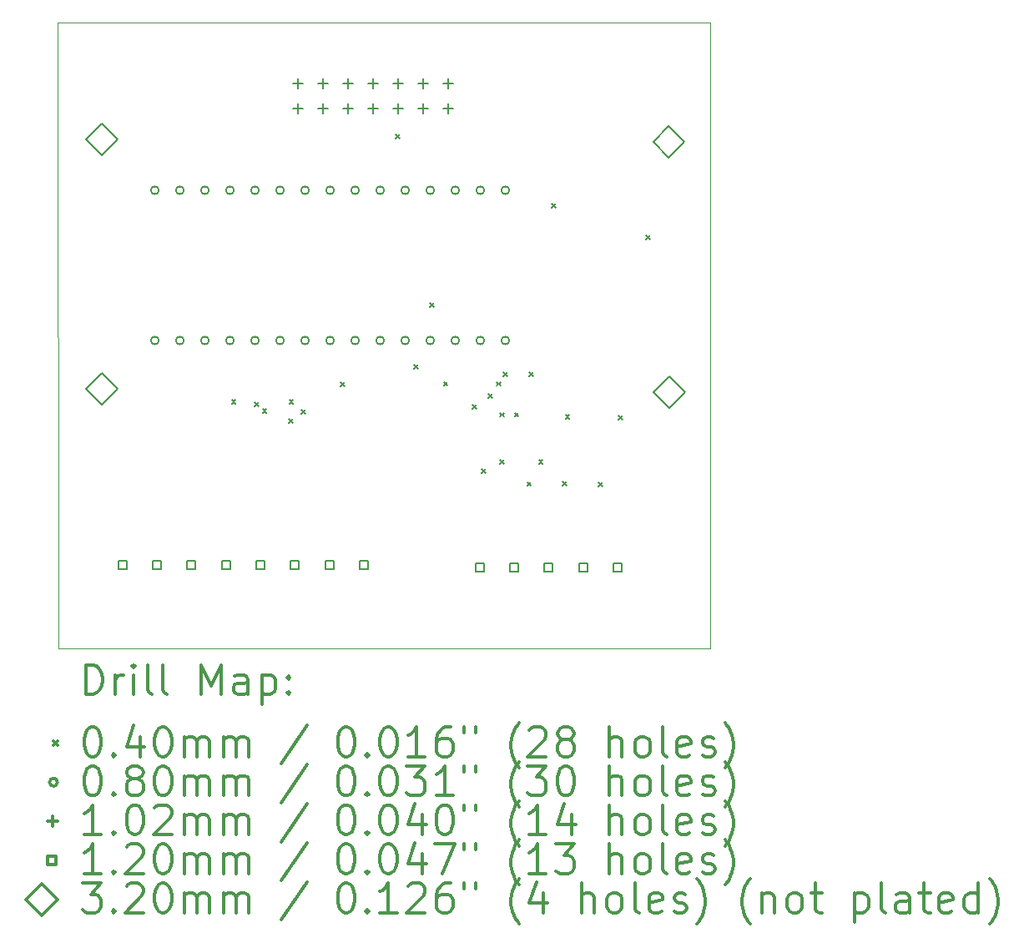
<source format=gbr>
%FSLAX45Y45*%
G04 Gerber Fmt 4.5, Leading zero omitted, Abs format (unit mm)*
G04 Created by KiCad (PCBNEW 5.99.0-unknown-c3175b4~86~ubuntu16.04.1) date 2019-12-02 17:53:15*
%MOMM*%
%LPD*%
G04 APERTURE LIST*
%ADD10C,0.050000*%
%ADD11C,0.200000*%
%ADD12C,0.300000*%
G04 APERTURE END LIST*
D10*
X11400000Y-13310000D02*
X11390000Y-6959600D01*
X18008600Y-13309600D02*
X11400000Y-13310000D01*
X18008000Y-6959600D02*
X18008600Y-13309600D01*
X11390000Y-6959600D02*
X18008000Y-6959600D01*
D11*
X13156000Y-10787000D02*
X13196000Y-10827000D01*
X13196000Y-10787000D02*
X13156000Y-10827000D01*
X13390000Y-10817000D02*
X13430000Y-10857000D01*
X13430000Y-10817000D02*
X13390000Y-10857000D01*
X13469000Y-10881000D02*
X13509000Y-10921000D01*
X13509000Y-10881000D02*
X13469000Y-10921000D01*
X13738000Y-10983000D02*
X13778000Y-11023000D01*
X13778000Y-10983000D02*
X13738000Y-11023000D01*
X13741000Y-10788000D02*
X13781000Y-10828000D01*
X13781000Y-10788000D02*
X13741000Y-10828000D01*
X13862000Y-10890000D02*
X13902000Y-10930000D01*
X13902000Y-10890000D02*
X13862000Y-10930000D01*
X14260000Y-10613000D02*
X14300000Y-10653000D01*
X14300000Y-10613000D02*
X14260000Y-10653000D01*
X14819000Y-8098000D02*
X14859000Y-8138000D01*
X14859000Y-8098000D02*
X14819000Y-8138000D01*
X15004000Y-10436000D02*
X15044000Y-10476000D01*
X15044000Y-10436000D02*
X15004000Y-10476000D01*
X15169200Y-9809800D02*
X15209200Y-9849800D01*
X15209200Y-9809800D02*
X15169200Y-9849800D01*
X15306000Y-10607000D02*
X15346000Y-10647000D01*
X15346000Y-10607000D02*
X15306000Y-10647000D01*
X15600000Y-10839000D02*
X15640000Y-10879000D01*
X15640000Y-10839000D02*
X15600000Y-10879000D01*
X15690000Y-11495000D02*
X15730000Y-11535000D01*
X15730000Y-11495000D02*
X15690000Y-11535000D01*
X15758000Y-10733000D02*
X15798000Y-10773000D01*
X15798000Y-10733000D02*
X15758000Y-10773000D01*
X15842000Y-10607000D02*
X15882000Y-10647000D01*
X15882000Y-10607000D02*
X15842000Y-10647000D01*
X15878000Y-10920000D02*
X15918000Y-10960000D01*
X15918000Y-10920000D02*
X15878000Y-10960000D01*
X15878000Y-11399000D02*
X15918000Y-11439000D01*
X15918000Y-11399000D02*
X15878000Y-11439000D01*
X15909000Y-10507000D02*
X15949000Y-10547000D01*
X15949000Y-10507000D02*
X15909000Y-10547000D01*
X16027000Y-10920000D02*
X16067000Y-10960000D01*
X16067000Y-10920000D02*
X16027000Y-10960000D01*
X16153000Y-11624000D02*
X16193000Y-11664000D01*
X16193000Y-11624000D02*
X16153000Y-11664000D01*
X16173000Y-10508000D02*
X16213000Y-10548000D01*
X16213000Y-10508000D02*
X16173000Y-10548000D01*
X16272000Y-11400000D02*
X16312000Y-11440000D01*
X16312000Y-11400000D02*
X16272000Y-11440000D01*
X16402000Y-8799000D02*
X16442000Y-8839000D01*
X16442000Y-8799000D02*
X16402000Y-8839000D01*
X16515000Y-11620000D02*
X16555000Y-11660000D01*
X16555000Y-11620000D02*
X16515000Y-11660000D01*
X16542000Y-10939000D02*
X16582000Y-10979000D01*
X16582000Y-10939000D02*
X16542000Y-10979000D01*
X16878000Y-11627000D02*
X16918000Y-11667000D01*
X16918000Y-11627000D02*
X16878000Y-11667000D01*
X17078000Y-10949000D02*
X17118000Y-10989000D01*
X17118000Y-10949000D02*
X17078000Y-10989000D01*
X17358000Y-9122000D02*
X17398000Y-9162000D01*
X17398000Y-9122000D02*
X17358000Y-9162000D01*
X12416000Y-8663000D02*
G75*
G03X12416000Y-8663000I-40000J0D01*
G01*
X12416000Y-10187000D02*
G75*
G03X12416000Y-10187000I-40000J0D01*
G01*
X12670000Y-8663000D02*
G75*
G03X12670000Y-8663000I-40000J0D01*
G01*
X12670000Y-10187000D02*
G75*
G03X12670000Y-10187000I-40000J0D01*
G01*
X12924000Y-8663000D02*
G75*
G03X12924000Y-8663000I-40000J0D01*
G01*
X12924000Y-10187000D02*
G75*
G03X12924000Y-10187000I-40000J0D01*
G01*
X13178000Y-8663000D02*
G75*
G03X13178000Y-8663000I-40000J0D01*
G01*
X13178000Y-10187000D02*
G75*
G03X13178000Y-10187000I-40000J0D01*
G01*
X13432000Y-8663000D02*
G75*
G03X13432000Y-8663000I-40000J0D01*
G01*
X13432000Y-10187000D02*
G75*
G03X13432000Y-10187000I-40000J0D01*
G01*
X13686000Y-8663000D02*
G75*
G03X13686000Y-8663000I-40000J0D01*
G01*
X13686000Y-10187000D02*
G75*
G03X13686000Y-10187000I-40000J0D01*
G01*
X13940000Y-8663000D02*
G75*
G03X13940000Y-8663000I-40000J0D01*
G01*
X13940000Y-10187000D02*
G75*
G03X13940000Y-10187000I-40000J0D01*
G01*
X14194000Y-8663000D02*
G75*
G03X14194000Y-8663000I-40000J0D01*
G01*
X14194000Y-10187000D02*
G75*
G03X14194000Y-10187000I-40000J0D01*
G01*
X14448000Y-8663000D02*
G75*
G03X14448000Y-8663000I-40000J0D01*
G01*
X14448000Y-10187000D02*
G75*
G03X14448000Y-10187000I-40000J0D01*
G01*
X14702000Y-8663000D02*
G75*
G03X14702000Y-8663000I-40000J0D01*
G01*
X14702000Y-10187000D02*
G75*
G03X14702000Y-10187000I-40000J0D01*
G01*
X14956000Y-8663000D02*
G75*
G03X14956000Y-8663000I-40000J0D01*
G01*
X14956000Y-10187000D02*
G75*
G03X14956000Y-10187000I-40000J0D01*
G01*
X15210000Y-8663000D02*
G75*
G03X15210000Y-8663000I-40000J0D01*
G01*
X15210000Y-10187000D02*
G75*
G03X15210000Y-10187000I-40000J0D01*
G01*
X15464000Y-8663000D02*
G75*
G03X15464000Y-8663000I-40000J0D01*
G01*
X15464000Y-10187000D02*
G75*
G03X15464000Y-10187000I-40000J0D01*
G01*
X15718000Y-8663000D02*
G75*
G03X15718000Y-8663000I-40000J0D01*
G01*
X15718000Y-10187000D02*
G75*
G03X15718000Y-10187000I-40000J0D01*
G01*
X15972000Y-8663000D02*
G75*
G03X15972000Y-8663000I-40000J0D01*
G01*
X15972000Y-10187000D02*
G75*
G03X15972000Y-10187000I-40000J0D01*
G01*
X13827000Y-7526200D02*
X13827000Y-7627800D01*
X13776200Y-7577000D02*
X13877800Y-7577000D01*
X13827000Y-7780200D02*
X13827000Y-7881800D01*
X13776200Y-7831000D02*
X13877800Y-7831000D01*
X14081000Y-7526200D02*
X14081000Y-7627800D01*
X14030200Y-7577000D02*
X14131800Y-7577000D01*
X14081000Y-7780200D02*
X14081000Y-7881800D01*
X14030200Y-7831000D02*
X14131800Y-7831000D01*
X14335000Y-7526200D02*
X14335000Y-7627800D01*
X14284200Y-7577000D02*
X14385800Y-7577000D01*
X14335000Y-7780200D02*
X14335000Y-7881800D01*
X14284200Y-7831000D02*
X14385800Y-7831000D01*
X14589000Y-7526200D02*
X14589000Y-7627800D01*
X14538200Y-7577000D02*
X14639800Y-7577000D01*
X14589000Y-7780200D02*
X14589000Y-7881800D01*
X14538200Y-7831000D02*
X14639800Y-7831000D01*
X14843000Y-7526200D02*
X14843000Y-7627800D01*
X14792200Y-7577000D02*
X14893800Y-7577000D01*
X14843000Y-7780200D02*
X14843000Y-7881800D01*
X14792200Y-7831000D02*
X14893800Y-7831000D01*
X15097000Y-7526200D02*
X15097000Y-7627800D01*
X15046200Y-7577000D02*
X15147800Y-7577000D01*
X15097000Y-7780200D02*
X15097000Y-7881800D01*
X15046200Y-7831000D02*
X15147800Y-7831000D01*
X15351000Y-7526200D02*
X15351000Y-7627800D01*
X15300200Y-7577000D02*
X15401800Y-7577000D01*
X15351000Y-7780200D02*
X15351000Y-7881800D01*
X15300200Y-7831000D02*
X15401800Y-7831000D01*
X15713427Y-12528427D02*
X15713427Y-12443573D01*
X15628573Y-12443573D01*
X15628573Y-12528427D01*
X15713427Y-12528427D01*
X16063427Y-12528427D02*
X16063427Y-12443573D01*
X15978573Y-12443573D01*
X15978573Y-12528427D01*
X16063427Y-12528427D01*
X16413427Y-12528427D02*
X16413427Y-12443573D01*
X16328573Y-12443573D01*
X16328573Y-12528427D01*
X16413427Y-12528427D01*
X16763427Y-12528427D02*
X16763427Y-12443573D01*
X16678573Y-12443573D01*
X16678573Y-12528427D01*
X16763427Y-12528427D01*
X17113427Y-12528427D02*
X17113427Y-12443573D01*
X17028573Y-12443573D01*
X17028573Y-12528427D01*
X17113427Y-12528427D01*
X12089427Y-12504427D02*
X12089427Y-12419573D01*
X12004573Y-12419573D01*
X12004573Y-12504427D01*
X12089427Y-12504427D01*
X12439427Y-12504427D02*
X12439427Y-12419573D01*
X12354573Y-12419573D01*
X12354573Y-12504427D01*
X12439427Y-12504427D01*
X12789427Y-12504427D02*
X12789427Y-12419573D01*
X12704573Y-12419573D01*
X12704573Y-12504427D01*
X12789427Y-12504427D01*
X13139427Y-12504427D02*
X13139427Y-12419573D01*
X13054573Y-12419573D01*
X13054573Y-12504427D01*
X13139427Y-12504427D01*
X13489427Y-12504427D02*
X13489427Y-12419573D01*
X13404573Y-12419573D01*
X13404573Y-12504427D01*
X13489427Y-12504427D01*
X13839427Y-12504427D02*
X13839427Y-12419573D01*
X13754573Y-12419573D01*
X13754573Y-12504427D01*
X13839427Y-12504427D01*
X14189427Y-12504427D02*
X14189427Y-12419573D01*
X14104573Y-12419573D01*
X14104573Y-12504427D01*
X14189427Y-12504427D01*
X14539427Y-12504427D02*
X14539427Y-12419573D01*
X14454573Y-12419573D01*
X14454573Y-12504427D01*
X14539427Y-12504427D01*
X17591000Y-8331000D02*
X17751000Y-8171000D01*
X17591000Y-8011000D01*
X17431000Y-8171000D01*
X17591000Y-8331000D01*
X17592000Y-10875000D02*
X17752000Y-10715000D01*
X17592000Y-10555000D01*
X17432000Y-10715000D01*
X17592000Y-10875000D01*
X11839000Y-8309000D02*
X11999000Y-8149000D01*
X11839000Y-7989000D01*
X11679000Y-8149000D01*
X11839000Y-8309000D01*
X11837000Y-10835000D02*
X11997000Y-10675000D01*
X11837000Y-10515000D01*
X11677000Y-10675000D01*
X11837000Y-10835000D01*
D12*
X11673928Y-13778214D02*
X11673928Y-13478214D01*
X11745357Y-13478214D01*
X11788214Y-13492500D01*
X11816786Y-13521071D01*
X11831071Y-13549643D01*
X11845357Y-13606786D01*
X11845357Y-13649643D01*
X11831071Y-13706786D01*
X11816786Y-13735357D01*
X11788214Y-13763929D01*
X11745357Y-13778214D01*
X11673928Y-13778214D01*
X11973928Y-13778214D02*
X11973928Y-13578214D01*
X11973928Y-13635357D02*
X11988214Y-13606786D01*
X12002500Y-13592500D01*
X12031071Y-13578214D01*
X12059643Y-13578214D01*
X12159643Y-13778214D02*
X12159643Y-13578214D01*
X12159643Y-13478214D02*
X12145357Y-13492500D01*
X12159643Y-13506786D01*
X12173928Y-13492500D01*
X12159643Y-13478214D01*
X12159643Y-13506786D01*
X12345357Y-13778214D02*
X12316786Y-13763929D01*
X12302500Y-13735357D01*
X12302500Y-13478214D01*
X12502500Y-13778214D02*
X12473928Y-13763929D01*
X12459643Y-13735357D01*
X12459643Y-13478214D01*
X12845357Y-13778214D02*
X12845357Y-13478214D01*
X12945357Y-13692500D01*
X13045357Y-13478214D01*
X13045357Y-13778214D01*
X13316786Y-13778214D02*
X13316786Y-13621071D01*
X13302500Y-13592500D01*
X13273928Y-13578214D01*
X13216786Y-13578214D01*
X13188214Y-13592500D01*
X13316786Y-13763929D02*
X13288214Y-13778214D01*
X13216786Y-13778214D01*
X13188214Y-13763929D01*
X13173928Y-13735357D01*
X13173928Y-13706786D01*
X13188214Y-13678214D01*
X13216786Y-13663929D01*
X13288214Y-13663929D01*
X13316786Y-13649643D01*
X13459643Y-13578214D02*
X13459643Y-13878214D01*
X13459643Y-13592500D02*
X13488214Y-13578214D01*
X13545357Y-13578214D01*
X13573928Y-13592500D01*
X13588214Y-13606786D01*
X13602500Y-13635357D01*
X13602500Y-13721071D01*
X13588214Y-13749643D01*
X13573928Y-13763929D01*
X13545357Y-13778214D01*
X13488214Y-13778214D01*
X13459643Y-13763929D01*
X13731071Y-13749643D02*
X13745357Y-13763929D01*
X13731071Y-13778214D01*
X13716786Y-13763929D01*
X13731071Y-13749643D01*
X13731071Y-13778214D01*
X13731071Y-13592500D02*
X13745357Y-13606786D01*
X13731071Y-13621071D01*
X13716786Y-13606786D01*
X13731071Y-13592500D01*
X13731071Y-13621071D01*
X11347500Y-14252500D02*
X11387500Y-14292500D01*
X11387500Y-14252500D02*
X11347500Y-14292500D01*
X11731071Y-14108214D02*
X11759643Y-14108214D01*
X11788214Y-14122500D01*
X11802500Y-14136786D01*
X11816786Y-14165357D01*
X11831071Y-14222500D01*
X11831071Y-14293929D01*
X11816786Y-14351071D01*
X11802500Y-14379643D01*
X11788214Y-14393929D01*
X11759643Y-14408214D01*
X11731071Y-14408214D01*
X11702500Y-14393929D01*
X11688214Y-14379643D01*
X11673928Y-14351071D01*
X11659643Y-14293929D01*
X11659643Y-14222500D01*
X11673928Y-14165357D01*
X11688214Y-14136786D01*
X11702500Y-14122500D01*
X11731071Y-14108214D01*
X11959643Y-14379643D02*
X11973928Y-14393929D01*
X11959643Y-14408214D01*
X11945357Y-14393929D01*
X11959643Y-14379643D01*
X11959643Y-14408214D01*
X12231071Y-14208214D02*
X12231071Y-14408214D01*
X12159643Y-14093929D02*
X12088214Y-14308214D01*
X12273928Y-14308214D01*
X12445357Y-14108214D02*
X12473928Y-14108214D01*
X12502500Y-14122500D01*
X12516786Y-14136786D01*
X12531071Y-14165357D01*
X12545357Y-14222500D01*
X12545357Y-14293929D01*
X12531071Y-14351071D01*
X12516786Y-14379643D01*
X12502500Y-14393929D01*
X12473928Y-14408214D01*
X12445357Y-14408214D01*
X12416786Y-14393929D01*
X12402500Y-14379643D01*
X12388214Y-14351071D01*
X12373928Y-14293929D01*
X12373928Y-14222500D01*
X12388214Y-14165357D01*
X12402500Y-14136786D01*
X12416786Y-14122500D01*
X12445357Y-14108214D01*
X12673928Y-14408214D02*
X12673928Y-14208214D01*
X12673928Y-14236786D02*
X12688214Y-14222500D01*
X12716786Y-14208214D01*
X12759643Y-14208214D01*
X12788214Y-14222500D01*
X12802500Y-14251071D01*
X12802500Y-14408214D01*
X12802500Y-14251071D02*
X12816786Y-14222500D01*
X12845357Y-14208214D01*
X12888214Y-14208214D01*
X12916786Y-14222500D01*
X12931071Y-14251071D01*
X12931071Y-14408214D01*
X13073928Y-14408214D02*
X13073928Y-14208214D01*
X13073928Y-14236786D02*
X13088214Y-14222500D01*
X13116786Y-14208214D01*
X13159643Y-14208214D01*
X13188214Y-14222500D01*
X13202500Y-14251071D01*
X13202500Y-14408214D01*
X13202500Y-14251071D02*
X13216786Y-14222500D01*
X13245357Y-14208214D01*
X13288214Y-14208214D01*
X13316786Y-14222500D01*
X13331071Y-14251071D01*
X13331071Y-14408214D01*
X13916786Y-14093929D02*
X13659643Y-14479643D01*
X14302500Y-14108214D02*
X14331071Y-14108214D01*
X14359643Y-14122500D01*
X14373928Y-14136786D01*
X14388214Y-14165357D01*
X14402500Y-14222500D01*
X14402500Y-14293929D01*
X14388214Y-14351071D01*
X14373928Y-14379643D01*
X14359643Y-14393929D01*
X14331071Y-14408214D01*
X14302500Y-14408214D01*
X14273928Y-14393929D01*
X14259643Y-14379643D01*
X14245357Y-14351071D01*
X14231071Y-14293929D01*
X14231071Y-14222500D01*
X14245357Y-14165357D01*
X14259643Y-14136786D01*
X14273928Y-14122500D01*
X14302500Y-14108214D01*
X14531071Y-14379643D02*
X14545357Y-14393929D01*
X14531071Y-14408214D01*
X14516786Y-14393929D01*
X14531071Y-14379643D01*
X14531071Y-14408214D01*
X14731071Y-14108214D02*
X14759643Y-14108214D01*
X14788214Y-14122500D01*
X14802500Y-14136786D01*
X14816786Y-14165357D01*
X14831071Y-14222500D01*
X14831071Y-14293929D01*
X14816786Y-14351071D01*
X14802500Y-14379643D01*
X14788214Y-14393929D01*
X14759643Y-14408214D01*
X14731071Y-14408214D01*
X14702500Y-14393929D01*
X14688214Y-14379643D01*
X14673928Y-14351071D01*
X14659643Y-14293929D01*
X14659643Y-14222500D01*
X14673928Y-14165357D01*
X14688214Y-14136786D01*
X14702500Y-14122500D01*
X14731071Y-14108214D01*
X15116786Y-14408214D02*
X14945357Y-14408214D01*
X15031071Y-14408214D02*
X15031071Y-14108214D01*
X15002500Y-14151071D01*
X14973928Y-14179643D01*
X14945357Y-14193929D01*
X15373928Y-14108214D02*
X15316786Y-14108214D01*
X15288214Y-14122500D01*
X15273928Y-14136786D01*
X15245357Y-14179643D01*
X15231071Y-14236786D01*
X15231071Y-14351071D01*
X15245357Y-14379643D01*
X15259643Y-14393929D01*
X15288214Y-14408214D01*
X15345357Y-14408214D01*
X15373928Y-14393929D01*
X15388214Y-14379643D01*
X15402500Y-14351071D01*
X15402500Y-14279643D01*
X15388214Y-14251071D01*
X15373928Y-14236786D01*
X15345357Y-14222500D01*
X15288214Y-14222500D01*
X15259643Y-14236786D01*
X15245357Y-14251071D01*
X15231071Y-14279643D01*
X15516786Y-14108214D02*
X15516786Y-14165357D01*
X15631071Y-14108214D02*
X15631071Y-14165357D01*
X16073928Y-14522500D02*
X16059643Y-14508214D01*
X16031071Y-14465357D01*
X16016786Y-14436786D01*
X16002500Y-14393929D01*
X15988214Y-14322500D01*
X15988214Y-14265357D01*
X16002500Y-14193929D01*
X16016786Y-14151071D01*
X16031071Y-14122500D01*
X16059643Y-14079643D01*
X16073928Y-14065357D01*
X16173928Y-14136786D02*
X16188214Y-14122500D01*
X16216786Y-14108214D01*
X16288214Y-14108214D01*
X16316786Y-14122500D01*
X16331071Y-14136786D01*
X16345357Y-14165357D01*
X16345357Y-14193929D01*
X16331071Y-14236786D01*
X16159643Y-14408214D01*
X16345357Y-14408214D01*
X16516786Y-14236786D02*
X16488214Y-14222500D01*
X16473928Y-14208214D01*
X16459643Y-14179643D01*
X16459643Y-14165357D01*
X16473928Y-14136786D01*
X16488214Y-14122500D01*
X16516786Y-14108214D01*
X16573928Y-14108214D01*
X16602500Y-14122500D01*
X16616786Y-14136786D01*
X16631071Y-14165357D01*
X16631071Y-14179643D01*
X16616786Y-14208214D01*
X16602500Y-14222500D01*
X16573928Y-14236786D01*
X16516786Y-14236786D01*
X16488214Y-14251071D01*
X16473928Y-14265357D01*
X16459643Y-14293929D01*
X16459643Y-14351071D01*
X16473928Y-14379643D01*
X16488214Y-14393929D01*
X16516786Y-14408214D01*
X16573928Y-14408214D01*
X16602500Y-14393929D01*
X16616786Y-14379643D01*
X16631071Y-14351071D01*
X16631071Y-14293929D01*
X16616786Y-14265357D01*
X16602500Y-14251071D01*
X16573928Y-14236786D01*
X16988214Y-14408214D02*
X16988214Y-14108214D01*
X17116786Y-14408214D02*
X17116786Y-14251071D01*
X17102500Y-14222500D01*
X17073928Y-14208214D01*
X17031071Y-14208214D01*
X17002500Y-14222500D01*
X16988214Y-14236786D01*
X17302500Y-14408214D02*
X17273928Y-14393929D01*
X17259643Y-14379643D01*
X17245357Y-14351071D01*
X17245357Y-14265357D01*
X17259643Y-14236786D01*
X17273928Y-14222500D01*
X17302500Y-14208214D01*
X17345357Y-14208214D01*
X17373928Y-14222500D01*
X17388214Y-14236786D01*
X17402500Y-14265357D01*
X17402500Y-14351071D01*
X17388214Y-14379643D01*
X17373928Y-14393929D01*
X17345357Y-14408214D01*
X17302500Y-14408214D01*
X17573928Y-14408214D02*
X17545357Y-14393929D01*
X17531071Y-14365357D01*
X17531071Y-14108214D01*
X17802500Y-14393929D02*
X17773928Y-14408214D01*
X17716786Y-14408214D01*
X17688214Y-14393929D01*
X17673928Y-14365357D01*
X17673928Y-14251071D01*
X17688214Y-14222500D01*
X17716786Y-14208214D01*
X17773928Y-14208214D01*
X17802500Y-14222500D01*
X17816786Y-14251071D01*
X17816786Y-14279643D01*
X17673928Y-14308214D01*
X17931071Y-14393929D02*
X17959643Y-14408214D01*
X18016786Y-14408214D01*
X18045357Y-14393929D01*
X18059643Y-14365357D01*
X18059643Y-14351071D01*
X18045357Y-14322500D01*
X18016786Y-14308214D01*
X17973928Y-14308214D01*
X17945357Y-14293929D01*
X17931071Y-14265357D01*
X17931071Y-14251071D01*
X17945357Y-14222500D01*
X17973928Y-14208214D01*
X18016786Y-14208214D01*
X18045357Y-14222500D01*
X18159643Y-14522500D02*
X18173928Y-14508214D01*
X18202500Y-14465357D01*
X18216786Y-14436786D01*
X18231071Y-14393929D01*
X18245357Y-14322500D01*
X18245357Y-14265357D01*
X18231071Y-14193929D01*
X18216786Y-14151071D01*
X18202500Y-14122500D01*
X18173928Y-14079643D01*
X18159643Y-14065357D01*
X11387500Y-14668500D02*
G75*
G03X11387500Y-14668500I-40000J0D01*
G01*
X11731071Y-14504214D02*
X11759643Y-14504214D01*
X11788214Y-14518500D01*
X11802500Y-14532786D01*
X11816786Y-14561357D01*
X11831071Y-14618500D01*
X11831071Y-14689929D01*
X11816786Y-14747071D01*
X11802500Y-14775643D01*
X11788214Y-14789929D01*
X11759643Y-14804214D01*
X11731071Y-14804214D01*
X11702500Y-14789929D01*
X11688214Y-14775643D01*
X11673928Y-14747071D01*
X11659643Y-14689929D01*
X11659643Y-14618500D01*
X11673928Y-14561357D01*
X11688214Y-14532786D01*
X11702500Y-14518500D01*
X11731071Y-14504214D01*
X11959643Y-14775643D02*
X11973928Y-14789929D01*
X11959643Y-14804214D01*
X11945357Y-14789929D01*
X11959643Y-14775643D01*
X11959643Y-14804214D01*
X12145357Y-14632786D02*
X12116786Y-14618500D01*
X12102500Y-14604214D01*
X12088214Y-14575643D01*
X12088214Y-14561357D01*
X12102500Y-14532786D01*
X12116786Y-14518500D01*
X12145357Y-14504214D01*
X12202500Y-14504214D01*
X12231071Y-14518500D01*
X12245357Y-14532786D01*
X12259643Y-14561357D01*
X12259643Y-14575643D01*
X12245357Y-14604214D01*
X12231071Y-14618500D01*
X12202500Y-14632786D01*
X12145357Y-14632786D01*
X12116786Y-14647071D01*
X12102500Y-14661357D01*
X12088214Y-14689929D01*
X12088214Y-14747071D01*
X12102500Y-14775643D01*
X12116786Y-14789929D01*
X12145357Y-14804214D01*
X12202500Y-14804214D01*
X12231071Y-14789929D01*
X12245357Y-14775643D01*
X12259643Y-14747071D01*
X12259643Y-14689929D01*
X12245357Y-14661357D01*
X12231071Y-14647071D01*
X12202500Y-14632786D01*
X12445357Y-14504214D02*
X12473928Y-14504214D01*
X12502500Y-14518500D01*
X12516786Y-14532786D01*
X12531071Y-14561357D01*
X12545357Y-14618500D01*
X12545357Y-14689929D01*
X12531071Y-14747071D01*
X12516786Y-14775643D01*
X12502500Y-14789929D01*
X12473928Y-14804214D01*
X12445357Y-14804214D01*
X12416786Y-14789929D01*
X12402500Y-14775643D01*
X12388214Y-14747071D01*
X12373928Y-14689929D01*
X12373928Y-14618500D01*
X12388214Y-14561357D01*
X12402500Y-14532786D01*
X12416786Y-14518500D01*
X12445357Y-14504214D01*
X12673928Y-14804214D02*
X12673928Y-14604214D01*
X12673928Y-14632786D02*
X12688214Y-14618500D01*
X12716786Y-14604214D01*
X12759643Y-14604214D01*
X12788214Y-14618500D01*
X12802500Y-14647071D01*
X12802500Y-14804214D01*
X12802500Y-14647071D02*
X12816786Y-14618500D01*
X12845357Y-14604214D01*
X12888214Y-14604214D01*
X12916786Y-14618500D01*
X12931071Y-14647071D01*
X12931071Y-14804214D01*
X13073928Y-14804214D02*
X13073928Y-14604214D01*
X13073928Y-14632786D02*
X13088214Y-14618500D01*
X13116786Y-14604214D01*
X13159643Y-14604214D01*
X13188214Y-14618500D01*
X13202500Y-14647071D01*
X13202500Y-14804214D01*
X13202500Y-14647071D02*
X13216786Y-14618500D01*
X13245357Y-14604214D01*
X13288214Y-14604214D01*
X13316786Y-14618500D01*
X13331071Y-14647071D01*
X13331071Y-14804214D01*
X13916786Y-14489929D02*
X13659643Y-14875643D01*
X14302500Y-14504214D02*
X14331071Y-14504214D01*
X14359643Y-14518500D01*
X14373928Y-14532786D01*
X14388214Y-14561357D01*
X14402500Y-14618500D01*
X14402500Y-14689929D01*
X14388214Y-14747071D01*
X14373928Y-14775643D01*
X14359643Y-14789929D01*
X14331071Y-14804214D01*
X14302500Y-14804214D01*
X14273928Y-14789929D01*
X14259643Y-14775643D01*
X14245357Y-14747071D01*
X14231071Y-14689929D01*
X14231071Y-14618500D01*
X14245357Y-14561357D01*
X14259643Y-14532786D01*
X14273928Y-14518500D01*
X14302500Y-14504214D01*
X14531071Y-14775643D02*
X14545357Y-14789929D01*
X14531071Y-14804214D01*
X14516786Y-14789929D01*
X14531071Y-14775643D01*
X14531071Y-14804214D01*
X14731071Y-14504214D02*
X14759643Y-14504214D01*
X14788214Y-14518500D01*
X14802500Y-14532786D01*
X14816786Y-14561357D01*
X14831071Y-14618500D01*
X14831071Y-14689929D01*
X14816786Y-14747071D01*
X14802500Y-14775643D01*
X14788214Y-14789929D01*
X14759643Y-14804214D01*
X14731071Y-14804214D01*
X14702500Y-14789929D01*
X14688214Y-14775643D01*
X14673928Y-14747071D01*
X14659643Y-14689929D01*
X14659643Y-14618500D01*
X14673928Y-14561357D01*
X14688214Y-14532786D01*
X14702500Y-14518500D01*
X14731071Y-14504214D01*
X14931071Y-14504214D02*
X15116786Y-14504214D01*
X15016786Y-14618500D01*
X15059643Y-14618500D01*
X15088214Y-14632786D01*
X15102500Y-14647071D01*
X15116786Y-14675643D01*
X15116786Y-14747071D01*
X15102500Y-14775643D01*
X15088214Y-14789929D01*
X15059643Y-14804214D01*
X14973928Y-14804214D01*
X14945357Y-14789929D01*
X14931071Y-14775643D01*
X15402500Y-14804214D02*
X15231071Y-14804214D01*
X15316786Y-14804214D02*
X15316786Y-14504214D01*
X15288214Y-14547071D01*
X15259643Y-14575643D01*
X15231071Y-14589929D01*
X15516786Y-14504214D02*
X15516786Y-14561357D01*
X15631071Y-14504214D02*
X15631071Y-14561357D01*
X16073928Y-14918500D02*
X16059643Y-14904214D01*
X16031071Y-14861357D01*
X16016786Y-14832786D01*
X16002500Y-14789929D01*
X15988214Y-14718500D01*
X15988214Y-14661357D01*
X16002500Y-14589929D01*
X16016786Y-14547071D01*
X16031071Y-14518500D01*
X16059643Y-14475643D01*
X16073928Y-14461357D01*
X16159643Y-14504214D02*
X16345357Y-14504214D01*
X16245357Y-14618500D01*
X16288214Y-14618500D01*
X16316786Y-14632786D01*
X16331071Y-14647071D01*
X16345357Y-14675643D01*
X16345357Y-14747071D01*
X16331071Y-14775643D01*
X16316786Y-14789929D01*
X16288214Y-14804214D01*
X16202500Y-14804214D01*
X16173928Y-14789929D01*
X16159643Y-14775643D01*
X16531071Y-14504214D02*
X16559643Y-14504214D01*
X16588214Y-14518500D01*
X16602500Y-14532786D01*
X16616786Y-14561357D01*
X16631071Y-14618500D01*
X16631071Y-14689929D01*
X16616786Y-14747071D01*
X16602500Y-14775643D01*
X16588214Y-14789929D01*
X16559643Y-14804214D01*
X16531071Y-14804214D01*
X16502500Y-14789929D01*
X16488214Y-14775643D01*
X16473928Y-14747071D01*
X16459643Y-14689929D01*
X16459643Y-14618500D01*
X16473928Y-14561357D01*
X16488214Y-14532786D01*
X16502500Y-14518500D01*
X16531071Y-14504214D01*
X16988214Y-14804214D02*
X16988214Y-14504214D01*
X17116786Y-14804214D02*
X17116786Y-14647071D01*
X17102500Y-14618500D01*
X17073928Y-14604214D01*
X17031071Y-14604214D01*
X17002500Y-14618500D01*
X16988214Y-14632786D01*
X17302500Y-14804214D02*
X17273928Y-14789929D01*
X17259643Y-14775643D01*
X17245357Y-14747071D01*
X17245357Y-14661357D01*
X17259643Y-14632786D01*
X17273928Y-14618500D01*
X17302500Y-14604214D01*
X17345357Y-14604214D01*
X17373928Y-14618500D01*
X17388214Y-14632786D01*
X17402500Y-14661357D01*
X17402500Y-14747071D01*
X17388214Y-14775643D01*
X17373928Y-14789929D01*
X17345357Y-14804214D01*
X17302500Y-14804214D01*
X17573928Y-14804214D02*
X17545357Y-14789929D01*
X17531071Y-14761357D01*
X17531071Y-14504214D01*
X17802500Y-14789929D02*
X17773928Y-14804214D01*
X17716786Y-14804214D01*
X17688214Y-14789929D01*
X17673928Y-14761357D01*
X17673928Y-14647071D01*
X17688214Y-14618500D01*
X17716786Y-14604214D01*
X17773928Y-14604214D01*
X17802500Y-14618500D01*
X17816786Y-14647071D01*
X17816786Y-14675643D01*
X17673928Y-14704214D01*
X17931071Y-14789929D02*
X17959643Y-14804214D01*
X18016786Y-14804214D01*
X18045357Y-14789929D01*
X18059643Y-14761357D01*
X18059643Y-14747071D01*
X18045357Y-14718500D01*
X18016786Y-14704214D01*
X17973928Y-14704214D01*
X17945357Y-14689929D01*
X17931071Y-14661357D01*
X17931071Y-14647071D01*
X17945357Y-14618500D01*
X17973928Y-14604214D01*
X18016786Y-14604214D01*
X18045357Y-14618500D01*
X18159643Y-14918500D02*
X18173928Y-14904214D01*
X18202500Y-14861357D01*
X18216786Y-14832786D01*
X18231071Y-14789929D01*
X18245357Y-14718500D01*
X18245357Y-14661357D01*
X18231071Y-14589929D01*
X18216786Y-14547071D01*
X18202500Y-14518500D01*
X18173928Y-14475643D01*
X18159643Y-14461357D01*
X11336700Y-15013700D02*
X11336700Y-15115300D01*
X11285900Y-15064500D02*
X11387500Y-15064500D01*
X11831071Y-15200214D02*
X11659643Y-15200214D01*
X11745357Y-15200214D02*
X11745357Y-14900214D01*
X11716786Y-14943071D01*
X11688214Y-14971643D01*
X11659643Y-14985929D01*
X11959643Y-15171643D02*
X11973928Y-15185929D01*
X11959643Y-15200214D01*
X11945357Y-15185929D01*
X11959643Y-15171643D01*
X11959643Y-15200214D01*
X12159643Y-14900214D02*
X12188214Y-14900214D01*
X12216786Y-14914500D01*
X12231071Y-14928786D01*
X12245357Y-14957357D01*
X12259643Y-15014500D01*
X12259643Y-15085929D01*
X12245357Y-15143071D01*
X12231071Y-15171643D01*
X12216786Y-15185929D01*
X12188214Y-15200214D01*
X12159643Y-15200214D01*
X12131071Y-15185929D01*
X12116786Y-15171643D01*
X12102500Y-15143071D01*
X12088214Y-15085929D01*
X12088214Y-15014500D01*
X12102500Y-14957357D01*
X12116786Y-14928786D01*
X12131071Y-14914500D01*
X12159643Y-14900214D01*
X12373928Y-14928786D02*
X12388214Y-14914500D01*
X12416786Y-14900214D01*
X12488214Y-14900214D01*
X12516786Y-14914500D01*
X12531071Y-14928786D01*
X12545357Y-14957357D01*
X12545357Y-14985929D01*
X12531071Y-15028786D01*
X12359643Y-15200214D01*
X12545357Y-15200214D01*
X12673928Y-15200214D02*
X12673928Y-15000214D01*
X12673928Y-15028786D02*
X12688214Y-15014500D01*
X12716786Y-15000214D01*
X12759643Y-15000214D01*
X12788214Y-15014500D01*
X12802500Y-15043071D01*
X12802500Y-15200214D01*
X12802500Y-15043071D02*
X12816786Y-15014500D01*
X12845357Y-15000214D01*
X12888214Y-15000214D01*
X12916786Y-15014500D01*
X12931071Y-15043071D01*
X12931071Y-15200214D01*
X13073928Y-15200214D02*
X13073928Y-15000214D01*
X13073928Y-15028786D02*
X13088214Y-15014500D01*
X13116786Y-15000214D01*
X13159643Y-15000214D01*
X13188214Y-15014500D01*
X13202500Y-15043071D01*
X13202500Y-15200214D01*
X13202500Y-15043071D02*
X13216786Y-15014500D01*
X13245357Y-15000214D01*
X13288214Y-15000214D01*
X13316786Y-15014500D01*
X13331071Y-15043071D01*
X13331071Y-15200214D01*
X13916786Y-14885929D02*
X13659643Y-15271643D01*
X14302500Y-14900214D02*
X14331071Y-14900214D01*
X14359643Y-14914500D01*
X14373928Y-14928786D01*
X14388214Y-14957357D01*
X14402500Y-15014500D01*
X14402500Y-15085929D01*
X14388214Y-15143071D01*
X14373928Y-15171643D01*
X14359643Y-15185929D01*
X14331071Y-15200214D01*
X14302500Y-15200214D01*
X14273928Y-15185929D01*
X14259643Y-15171643D01*
X14245357Y-15143071D01*
X14231071Y-15085929D01*
X14231071Y-15014500D01*
X14245357Y-14957357D01*
X14259643Y-14928786D01*
X14273928Y-14914500D01*
X14302500Y-14900214D01*
X14531071Y-15171643D02*
X14545357Y-15185929D01*
X14531071Y-15200214D01*
X14516786Y-15185929D01*
X14531071Y-15171643D01*
X14531071Y-15200214D01*
X14731071Y-14900214D02*
X14759643Y-14900214D01*
X14788214Y-14914500D01*
X14802500Y-14928786D01*
X14816786Y-14957357D01*
X14831071Y-15014500D01*
X14831071Y-15085929D01*
X14816786Y-15143071D01*
X14802500Y-15171643D01*
X14788214Y-15185929D01*
X14759643Y-15200214D01*
X14731071Y-15200214D01*
X14702500Y-15185929D01*
X14688214Y-15171643D01*
X14673928Y-15143071D01*
X14659643Y-15085929D01*
X14659643Y-15014500D01*
X14673928Y-14957357D01*
X14688214Y-14928786D01*
X14702500Y-14914500D01*
X14731071Y-14900214D01*
X15088214Y-15000214D02*
X15088214Y-15200214D01*
X15016786Y-14885929D02*
X14945357Y-15100214D01*
X15131071Y-15100214D01*
X15302500Y-14900214D02*
X15331071Y-14900214D01*
X15359643Y-14914500D01*
X15373928Y-14928786D01*
X15388214Y-14957357D01*
X15402500Y-15014500D01*
X15402500Y-15085929D01*
X15388214Y-15143071D01*
X15373928Y-15171643D01*
X15359643Y-15185929D01*
X15331071Y-15200214D01*
X15302500Y-15200214D01*
X15273928Y-15185929D01*
X15259643Y-15171643D01*
X15245357Y-15143071D01*
X15231071Y-15085929D01*
X15231071Y-15014500D01*
X15245357Y-14957357D01*
X15259643Y-14928786D01*
X15273928Y-14914500D01*
X15302500Y-14900214D01*
X15516786Y-14900214D02*
X15516786Y-14957357D01*
X15631071Y-14900214D02*
X15631071Y-14957357D01*
X16073928Y-15314500D02*
X16059643Y-15300214D01*
X16031071Y-15257357D01*
X16016786Y-15228786D01*
X16002500Y-15185929D01*
X15988214Y-15114500D01*
X15988214Y-15057357D01*
X16002500Y-14985929D01*
X16016786Y-14943071D01*
X16031071Y-14914500D01*
X16059643Y-14871643D01*
X16073928Y-14857357D01*
X16345357Y-15200214D02*
X16173928Y-15200214D01*
X16259643Y-15200214D02*
X16259643Y-14900214D01*
X16231071Y-14943071D01*
X16202500Y-14971643D01*
X16173928Y-14985929D01*
X16602500Y-15000214D02*
X16602500Y-15200214D01*
X16531071Y-14885929D02*
X16459643Y-15100214D01*
X16645357Y-15100214D01*
X16988214Y-15200214D02*
X16988214Y-14900214D01*
X17116786Y-15200214D02*
X17116786Y-15043071D01*
X17102500Y-15014500D01*
X17073928Y-15000214D01*
X17031071Y-15000214D01*
X17002500Y-15014500D01*
X16988214Y-15028786D01*
X17302500Y-15200214D02*
X17273928Y-15185929D01*
X17259643Y-15171643D01*
X17245357Y-15143071D01*
X17245357Y-15057357D01*
X17259643Y-15028786D01*
X17273928Y-15014500D01*
X17302500Y-15000214D01*
X17345357Y-15000214D01*
X17373928Y-15014500D01*
X17388214Y-15028786D01*
X17402500Y-15057357D01*
X17402500Y-15143071D01*
X17388214Y-15171643D01*
X17373928Y-15185929D01*
X17345357Y-15200214D01*
X17302500Y-15200214D01*
X17573928Y-15200214D02*
X17545357Y-15185929D01*
X17531071Y-15157357D01*
X17531071Y-14900214D01*
X17802500Y-15185929D02*
X17773928Y-15200214D01*
X17716786Y-15200214D01*
X17688214Y-15185929D01*
X17673928Y-15157357D01*
X17673928Y-15043071D01*
X17688214Y-15014500D01*
X17716786Y-15000214D01*
X17773928Y-15000214D01*
X17802500Y-15014500D01*
X17816786Y-15043071D01*
X17816786Y-15071643D01*
X17673928Y-15100214D01*
X17931071Y-15185929D02*
X17959643Y-15200214D01*
X18016786Y-15200214D01*
X18045357Y-15185929D01*
X18059643Y-15157357D01*
X18059643Y-15143071D01*
X18045357Y-15114500D01*
X18016786Y-15100214D01*
X17973928Y-15100214D01*
X17945357Y-15085929D01*
X17931071Y-15057357D01*
X17931071Y-15043071D01*
X17945357Y-15014500D01*
X17973928Y-15000214D01*
X18016786Y-15000214D01*
X18045357Y-15014500D01*
X18159643Y-15314500D02*
X18173928Y-15300214D01*
X18202500Y-15257357D01*
X18216786Y-15228786D01*
X18231071Y-15185929D01*
X18245357Y-15114500D01*
X18245357Y-15057357D01*
X18231071Y-14985929D01*
X18216786Y-14943071D01*
X18202500Y-14914500D01*
X18173928Y-14871643D01*
X18159643Y-14857357D01*
X11369927Y-15502927D02*
X11369927Y-15418073D01*
X11285073Y-15418073D01*
X11285073Y-15502927D01*
X11369927Y-15502927D01*
X11831071Y-15596214D02*
X11659643Y-15596214D01*
X11745357Y-15596214D02*
X11745357Y-15296214D01*
X11716786Y-15339071D01*
X11688214Y-15367643D01*
X11659643Y-15381929D01*
X11959643Y-15567643D02*
X11973928Y-15581929D01*
X11959643Y-15596214D01*
X11945357Y-15581929D01*
X11959643Y-15567643D01*
X11959643Y-15596214D01*
X12088214Y-15324786D02*
X12102500Y-15310500D01*
X12131071Y-15296214D01*
X12202500Y-15296214D01*
X12231071Y-15310500D01*
X12245357Y-15324786D01*
X12259643Y-15353357D01*
X12259643Y-15381929D01*
X12245357Y-15424786D01*
X12073928Y-15596214D01*
X12259643Y-15596214D01*
X12445357Y-15296214D02*
X12473928Y-15296214D01*
X12502500Y-15310500D01*
X12516786Y-15324786D01*
X12531071Y-15353357D01*
X12545357Y-15410500D01*
X12545357Y-15481929D01*
X12531071Y-15539071D01*
X12516786Y-15567643D01*
X12502500Y-15581929D01*
X12473928Y-15596214D01*
X12445357Y-15596214D01*
X12416786Y-15581929D01*
X12402500Y-15567643D01*
X12388214Y-15539071D01*
X12373928Y-15481929D01*
X12373928Y-15410500D01*
X12388214Y-15353357D01*
X12402500Y-15324786D01*
X12416786Y-15310500D01*
X12445357Y-15296214D01*
X12673928Y-15596214D02*
X12673928Y-15396214D01*
X12673928Y-15424786D02*
X12688214Y-15410500D01*
X12716786Y-15396214D01*
X12759643Y-15396214D01*
X12788214Y-15410500D01*
X12802500Y-15439071D01*
X12802500Y-15596214D01*
X12802500Y-15439071D02*
X12816786Y-15410500D01*
X12845357Y-15396214D01*
X12888214Y-15396214D01*
X12916786Y-15410500D01*
X12931071Y-15439071D01*
X12931071Y-15596214D01*
X13073928Y-15596214D02*
X13073928Y-15396214D01*
X13073928Y-15424786D02*
X13088214Y-15410500D01*
X13116786Y-15396214D01*
X13159643Y-15396214D01*
X13188214Y-15410500D01*
X13202500Y-15439071D01*
X13202500Y-15596214D01*
X13202500Y-15439071D02*
X13216786Y-15410500D01*
X13245357Y-15396214D01*
X13288214Y-15396214D01*
X13316786Y-15410500D01*
X13331071Y-15439071D01*
X13331071Y-15596214D01*
X13916786Y-15281929D02*
X13659643Y-15667643D01*
X14302500Y-15296214D02*
X14331071Y-15296214D01*
X14359643Y-15310500D01*
X14373928Y-15324786D01*
X14388214Y-15353357D01*
X14402500Y-15410500D01*
X14402500Y-15481929D01*
X14388214Y-15539071D01*
X14373928Y-15567643D01*
X14359643Y-15581929D01*
X14331071Y-15596214D01*
X14302500Y-15596214D01*
X14273928Y-15581929D01*
X14259643Y-15567643D01*
X14245357Y-15539071D01*
X14231071Y-15481929D01*
X14231071Y-15410500D01*
X14245357Y-15353357D01*
X14259643Y-15324786D01*
X14273928Y-15310500D01*
X14302500Y-15296214D01*
X14531071Y-15567643D02*
X14545357Y-15581929D01*
X14531071Y-15596214D01*
X14516786Y-15581929D01*
X14531071Y-15567643D01*
X14531071Y-15596214D01*
X14731071Y-15296214D02*
X14759643Y-15296214D01*
X14788214Y-15310500D01*
X14802500Y-15324786D01*
X14816786Y-15353357D01*
X14831071Y-15410500D01*
X14831071Y-15481929D01*
X14816786Y-15539071D01*
X14802500Y-15567643D01*
X14788214Y-15581929D01*
X14759643Y-15596214D01*
X14731071Y-15596214D01*
X14702500Y-15581929D01*
X14688214Y-15567643D01*
X14673928Y-15539071D01*
X14659643Y-15481929D01*
X14659643Y-15410500D01*
X14673928Y-15353357D01*
X14688214Y-15324786D01*
X14702500Y-15310500D01*
X14731071Y-15296214D01*
X15088214Y-15396214D02*
X15088214Y-15596214D01*
X15016786Y-15281929D02*
X14945357Y-15496214D01*
X15131071Y-15496214D01*
X15216786Y-15296214D02*
X15416786Y-15296214D01*
X15288214Y-15596214D01*
X15516786Y-15296214D02*
X15516786Y-15353357D01*
X15631071Y-15296214D02*
X15631071Y-15353357D01*
X16073928Y-15710500D02*
X16059643Y-15696214D01*
X16031071Y-15653357D01*
X16016786Y-15624786D01*
X16002500Y-15581929D01*
X15988214Y-15510500D01*
X15988214Y-15453357D01*
X16002500Y-15381929D01*
X16016786Y-15339071D01*
X16031071Y-15310500D01*
X16059643Y-15267643D01*
X16073928Y-15253357D01*
X16345357Y-15596214D02*
X16173928Y-15596214D01*
X16259643Y-15596214D02*
X16259643Y-15296214D01*
X16231071Y-15339071D01*
X16202500Y-15367643D01*
X16173928Y-15381929D01*
X16445357Y-15296214D02*
X16631071Y-15296214D01*
X16531071Y-15410500D01*
X16573928Y-15410500D01*
X16602500Y-15424786D01*
X16616786Y-15439071D01*
X16631071Y-15467643D01*
X16631071Y-15539071D01*
X16616786Y-15567643D01*
X16602500Y-15581929D01*
X16573928Y-15596214D01*
X16488214Y-15596214D01*
X16459643Y-15581929D01*
X16445357Y-15567643D01*
X16988214Y-15596214D02*
X16988214Y-15296214D01*
X17116786Y-15596214D02*
X17116786Y-15439071D01*
X17102500Y-15410500D01*
X17073928Y-15396214D01*
X17031071Y-15396214D01*
X17002500Y-15410500D01*
X16988214Y-15424786D01*
X17302500Y-15596214D02*
X17273928Y-15581929D01*
X17259643Y-15567643D01*
X17245357Y-15539071D01*
X17245357Y-15453357D01*
X17259643Y-15424786D01*
X17273928Y-15410500D01*
X17302500Y-15396214D01*
X17345357Y-15396214D01*
X17373928Y-15410500D01*
X17388214Y-15424786D01*
X17402500Y-15453357D01*
X17402500Y-15539071D01*
X17388214Y-15567643D01*
X17373928Y-15581929D01*
X17345357Y-15596214D01*
X17302500Y-15596214D01*
X17573928Y-15596214D02*
X17545357Y-15581929D01*
X17531071Y-15553357D01*
X17531071Y-15296214D01*
X17802500Y-15581929D02*
X17773928Y-15596214D01*
X17716786Y-15596214D01*
X17688214Y-15581929D01*
X17673928Y-15553357D01*
X17673928Y-15439071D01*
X17688214Y-15410500D01*
X17716786Y-15396214D01*
X17773928Y-15396214D01*
X17802500Y-15410500D01*
X17816786Y-15439071D01*
X17816786Y-15467643D01*
X17673928Y-15496214D01*
X17931071Y-15581929D02*
X17959643Y-15596214D01*
X18016786Y-15596214D01*
X18045357Y-15581929D01*
X18059643Y-15553357D01*
X18059643Y-15539071D01*
X18045357Y-15510500D01*
X18016786Y-15496214D01*
X17973928Y-15496214D01*
X17945357Y-15481929D01*
X17931071Y-15453357D01*
X17931071Y-15439071D01*
X17945357Y-15410500D01*
X17973928Y-15396214D01*
X18016786Y-15396214D01*
X18045357Y-15410500D01*
X18159643Y-15710500D02*
X18173928Y-15696214D01*
X18202500Y-15653357D01*
X18216786Y-15624786D01*
X18231071Y-15581929D01*
X18245357Y-15510500D01*
X18245357Y-15453357D01*
X18231071Y-15381929D01*
X18216786Y-15339071D01*
X18202500Y-15310500D01*
X18173928Y-15267643D01*
X18159643Y-15253357D01*
X11227500Y-16016500D02*
X11387500Y-15856500D01*
X11227500Y-15696500D01*
X11067500Y-15856500D01*
X11227500Y-16016500D01*
X11645357Y-15692214D02*
X11831071Y-15692214D01*
X11731071Y-15806500D01*
X11773928Y-15806500D01*
X11802500Y-15820786D01*
X11816786Y-15835071D01*
X11831071Y-15863643D01*
X11831071Y-15935071D01*
X11816786Y-15963643D01*
X11802500Y-15977929D01*
X11773928Y-15992214D01*
X11688214Y-15992214D01*
X11659643Y-15977929D01*
X11645357Y-15963643D01*
X11959643Y-15963643D02*
X11973928Y-15977929D01*
X11959643Y-15992214D01*
X11945357Y-15977929D01*
X11959643Y-15963643D01*
X11959643Y-15992214D01*
X12088214Y-15720786D02*
X12102500Y-15706500D01*
X12131071Y-15692214D01*
X12202500Y-15692214D01*
X12231071Y-15706500D01*
X12245357Y-15720786D01*
X12259643Y-15749357D01*
X12259643Y-15777929D01*
X12245357Y-15820786D01*
X12073928Y-15992214D01*
X12259643Y-15992214D01*
X12445357Y-15692214D02*
X12473928Y-15692214D01*
X12502500Y-15706500D01*
X12516786Y-15720786D01*
X12531071Y-15749357D01*
X12545357Y-15806500D01*
X12545357Y-15877929D01*
X12531071Y-15935071D01*
X12516786Y-15963643D01*
X12502500Y-15977929D01*
X12473928Y-15992214D01*
X12445357Y-15992214D01*
X12416786Y-15977929D01*
X12402500Y-15963643D01*
X12388214Y-15935071D01*
X12373928Y-15877929D01*
X12373928Y-15806500D01*
X12388214Y-15749357D01*
X12402500Y-15720786D01*
X12416786Y-15706500D01*
X12445357Y-15692214D01*
X12673928Y-15992214D02*
X12673928Y-15792214D01*
X12673928Y-15820786D02*
X12688214Y-15806500D01*
X12716786Y-15792214D01*
X12759643Y-15792214D01*
X12788214Y-15806500D01*
X12802500Y-15835071D01*
X12802500Y-15992214D01*
X12802500Y-15835071D02*
X12816786Y-15806500D01*
X12845357Y-15792214D01*
X12888214Y-15792214D01*
X12916786Y-15806500D01*
X12931071Y-15835071D01*
X12931071Y-15992214D01*
X13073928Y-15992214D02*
X13073928Y-15792214D01*
X13073928Y-15820786D02*
X13088214Y-15806500D01*
X13116786Y-15792214D01*
X13159643Y-15792214D01*
X13188214Y-15806500D01*
X13202500Y-15835071D01*
X13202500Y-15992214D01*
X13202500Y-15835071D02*
X13216786Y-15806500D01*
X13245357Y-15792214D01*
X13288214Y-15792214D01*
X13316786Y-15806500D01*
X13331071Y-15835071D01*
X13331071Y-15992214D01*
X13916786Y-15677929D02*
X13659643Y-16063643D01*
X14302500Y-15692214D02*
X14331071Y-15692214D01*
X14359643Y-15706500D01*
X14373928Y-15720786D01*
X14388214Y-15749357D01*
X14402500Y-15806500D01*
X14402500Y-15877929D01*
X14388214Y-15935071D01*
X14373928Y-15963643D01*
X14359643Y-15977929D01*
X14331071Y-15992214D01*
X14302500Y-15992214D01*
X14273928Y-15977929D01*
X14259643Y-15963643D01*
X14245357Y-15935071D01*
X14231071Y-15877929D01*
X14231071Y-15806500D01*
X14245357Y-15749357D01*
X14259643Y-15720786D01*
X14273928Y-15706500D01*
X14302500Y-15692214D01*
X14531071Y-15963643D02*
X14545357Y-15977929D01*
X14531071Y-15992214D01*
X14516786Y-15977929D01*
X14531071Y-15963643D01*
X14531071Y-15992214D01*
X14831071Y-15992214D02*
X14659643Y-15992214D01*
X14745357Y-15992214D02*
X14745357Y-15692214D01*
X14716786Y-15735071D01*
X14688214Y-15763643D01*
X14659643Y-15777929D01*
X14945357Y-15720786D02*
X14959643Y-15706500D01*
X14988214Y-15692214D01*
X15059643Y-15692214D01*
X15088214Y-15706500D01*
X15102500Y-15720786D01*
X15116786Y-15749357D01*
X15116786Y-15777929D01*
X15102500Y-15820786D01*
X14931071Y-15992214D01*
X15116786Y-15992214D01*
X15373928Y-15692214D02*
X15316786Y-15692214D01*
X15288214Y-15706500D01*
X15273928Y-15720786D01*
X15245357Y-15763643D01*
X15231071Y-15820786D01*
X15231071Y-15935071D01*
X15245357Y-15963643D01*
X15259643Y-15977929D01*
X15288214Y-15992214D01*
X15345357Y-15992214D01*
X15373928Y-15977929D01*
X15388214Y-15963643D01*
X15402500Y-15935071D01*
X15402500Y-15863643D01*
X15388214Y-15835071D01*
X15373928Y-15820786D01*
X15345357Y-15806500D01*
X15288214Y-15806500D01*
X15259643Y-15820786D01*
X15245357Y-15835071D01*
X15231071Y-15863643D01*
X15516786Y-15692214D02*
X15516786Y-15749357D01*
X15631071Y-15692214D02*
X15631071Y-15749357D01*
X16073928Y-16106500D02*
X16059643Y-16092214D01*
X16031071Y-16049357D01*
X16016786Y-16020786D01*
X16002500Y-15977929D01*
X15988214Y-15906500D01*
X15988214Y-15849357D01*
X16002500Y-15777929D01*
X16016786Y-15735071D01*
X16031071Y-15706500D01*
X16059643Y-15663643D01*
X16073928Y-15649357D01*
X16316786Y-15792214D02*
X16316786Y-15992214D01*
X16245357Y-15677929D02*
X16173928Y-15892214D01*
X16359643Y-15892214D01*
X16702500Y-15992214D02*
X16702500Y-15692214D01*
X16831071Y-15992214D02*
X16831071Y-15835071D01*
X16816786Y-15806500D01*
X16788214Y-15792214D01*
X16745357Y-15792214D01*
X16716786Y-15806500D01*
X16702500Y-15820786D01*
X17016786Y-15992214D02*
X16988214Y-15977929D01*
X16973928Y-15963643D01*
X16959643Y-15935071D01*
X16959643Y-15849357D01*
X16973928Y-15820786D01*
X16988214Y-15806500D01*
X17016786Y-15792214D01*
X17059643Y-15792214D01*
X17088214Y-15806500D01*
X17102500Y-15820786D01*
X17116786Y-15849357D01*
X17116786Y-15935071D01*
X17102500Y-15963643D01*
X17088214Y-15977929D01*
X17059643Y-15992214D01*
X17016786Y-15992214D01*
X17288214Y-15992214D02*
X17259643Y-15977929D01*
X17245357Y-15949357D01*
X17245357Y-15692214D01*
X17516786Y-15977929D02*
X17488214Y-15992214D01*
X17431071Y-15992214D01*
X17402500Y-15977929D01*
X17388214Y-15949357D01*
X17388214Y-15835071D01*
X17402500Y-15806500D01*
X17431071Y-15792214D01*
X17488214Y-15792214D01*
X17516786Y-15806500D01*
X17531071Y-15835071D01*
X17531071Y-15863643D01*
X17388214Y-15892214D01*
X17645357Y-15977929D02*
X17673928Y-15992214D01*
X17731071Y-15992214D01*
X17759643Y-15977929D01*
X17773928Y-15949357D01*
X17773928Y-15935071D01*
X17759643Y-15906500D01*
X17731071Y-15892214D01*
X17688214Y-15892214D01*
X17659643Y-15877929D01*
X17645357Y-15849357D01*
X17645357Y-15835071D01*
X17659643Y-15806500D01*
X17688214Y-15792214D01*
X17731071Y-15792214D01*
X17759643Y-15806500D01*
X17873928Y-16106500D02*
X17888214Y-16092214D01*
X17916786Y-16049357D01*
X17931071Y-16020786D01*
X17945357Y-15977929D01*
X17959643Y-15906500D01*
X17959643Y-15849357D01*
X17945357Y-15777929D01*
X17931071Y-15735071D01*
X17916786Y-15706500D01*
X17888214Y-15663643D01*
X17873928Y-15649357D01*
X18416786Y-16106500D02*
X18402500Y-16092214D01*
X18373928Y-16049357D01*
X18359643Y-16020786D01*
X18345357Y-15977929D01*
X18331071Y-15906500D01*
X18331071Y-15849357D01*
X18345357Y-15777929D01*
X18359643Y-15735071D01*
X18373928Y-15706500D01*
X18402500Y-15663643D01*
X18416786Y-15649357D01*
X18531071Y-15792214D02*
X18531071Y-15992214D01*
X18531071Y-15820786D02*
X18545357Y-15806500D01*
X18573928Y-15792214D01*
X18616786Y-15792214D01*
X18645357Y-15806500D01*
X18659643Y-15835071D01*
X18659643Y-15992214D01*
X18845357Y-15992214D02*
X18816786Y-15977929D01*
X18802500Y-15963643D01*
X18788214Y-15935071D01*
X18788214Y-15849357D01*
X18802500Y-15820786D01*
X18816786Y-15806500D01*
X18845357Y-15792214D01*
X18888214Y-15792214D01*
X18916786Y-15806500D01*
X18931071Y-15820786D01*
X18945357Y-15849357D01*
X18945357Y-15935071D01*
X18931071Y-15963643D01*
X18916786Y-15977929D01*
X18888214Y-15992214D01*
X18845357Y-15992214D01*
X19031071Y-15792214D02*
X19145357Y-15792214D01*
X19073928Y-15692214D02*
X19073928Y-15949357D01*
X19088214Y-15977929D01*
X19116786Y-15992214D01*
X19145357Y-15992214D01*
X19473928Y-15792214D02*
X19473928Y-16092214D01*
X19473928Y-15806500D02*
X19502500Y-15792214D01*
X19559643Y-15792214D01*
X19588214Y-15806500D01*
X19602500Y-15820786D01*
X19616786Y-15849357D01*
X19616786Y-15935071D01*
X19602500Y-15963643D01*
X19588214Y-15977929D01*
X19559643Y-15992214D01*
X19502500Y-15992214D01*
X19473928Y-15977929D01*
X19788214Y-15992214D02*
X19759643Y-15977929D01*
X19745357Y-15949357D01*
X19745357Y-15692214D01*
X20031071Y-15992214D02*
X20031071Y-15835071D01*
X20016786Y-15806500D01*
X19988214Y-15792214D01*
X19931071Y-15792214D01*
X19902500Y-15806500D01*
X20031071Y-15977929D02*
X20002500Y-15992214D01*
X19931071Y-15992214D01*
X19902500Y-15977929D01*
X19888214Y-15949357D01*
X19888214Y-15920786D01*
X19902500Y-15892214D01*
X19931071Y-15877929D01*
X20002500Y-15877929D01*
X20031071Y-15863643D01*
X20131071Y-15792214D02*
X20245357Y-15792214D01*
X20173928Y-15692214D02*
X20173928Y-15949357D01*
X20188214Y-15977929D01*
X20216786Y-15992214D01*
X20245357Y-15992214D01*
X20459643Y-15977929D02*
X20431071Y-15992214D01*
X20373928Y-15992214D01*
X20345357Y-15977929D01*
X20331071Y-15949357D01*
X20331071Y-15835071D01*
X20345357Y-15806500D01*
X20373928Y-15792214D01*
X20431071Y-15792214D01*
X20459643Y-15806500D01*
X20473928Y-15835071D01*
X20473928Y-15863643D01*
X20331071Y-15892214D01*
X20731071Y-15992214D02*
X20731071Y-15692214D01*
X20731071Y-15977929D02*
X20702500Y-15992214D01*
X20645357Y-15992214D01*
X20616786Y-15977929D01*
X20602500Y-15963643D01*
X20588214Y-15935071D01*
X20588214Y-15849357D01*
X20602500Y-15820786D01*
X20616786Y-15806500D01*
X20645357Y-15792214D01*
X20702500Y-15792214D01*
X20731071Y-15806500D01*
X20845357Y-16106500D02*
X20859643Y-16092214D01*
X20888214Y-16049357D01*
X20902500Y-16020786D01*
X20916786Y-15977929D01*
X20931071Y-15906500D01*
X20931071Y-15849357D01*
X20916786Y-15777929D01*
X20902500Y-15735071D01*
X20888214Y-15706500D01*
X20859643Y-15663643D01*
X20845357Y-15649357D01*
M02*

</source>
